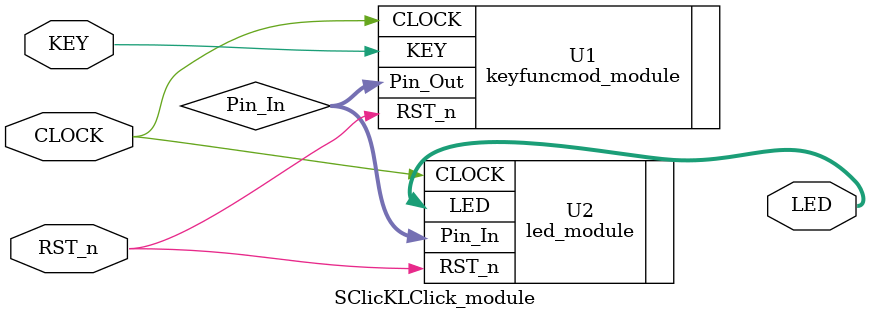
<source format=v>
module SClicKLClick_module
(
    CLOCK, RST_n, 
	 KEY, 
	 LED
);
    
	 input CLOCK;
	 input RST_n;
	 input KEY;
	 output [1:0]LED;
	 
	 /**************************/
	 
	 wire [1:0]Pin_In;
//	 wire L2H_Sig;

	 keyfuncmod_module U1
	 (
	     .CLOCK( CLOCK ),
		  .RST_n( RST_n ),
		  .KEY( KEY ),   // input - from top
		  .Pin_Out( Pin_In ) // output - to U2
	 );
	 
	 /**************************/

	 led_module U2
	 (
	     .CLOCK( CLOCK ),
		  .RST_n( RST_n ),
		  .Pin_In( Pin_In ), // input - from U1
		  .LED( LED )  // output - to top
	 );
	 
	 /*******************************/

endmodule
</source>
